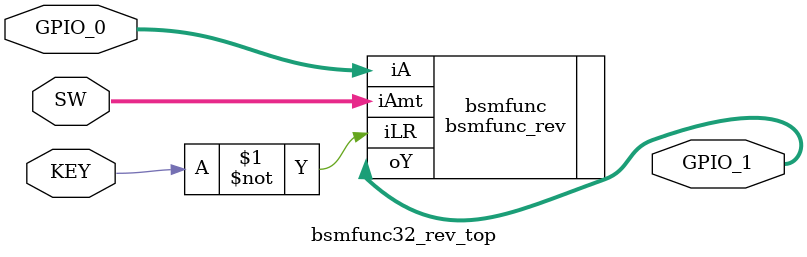
<source format=v>
module bsmfunc32_rev_top
	(
		input wire [31:0] GPIO_0,
		input wire [4:0] SW,
		input wire [0:0] KEY,
		output wire [31:0] GPIO_1
	);

	// 298 logic elements used
	// 19.92 ns worst case propagation delay
	bsmfunc_rev #(.N(32)) bsmfunc
		(.iA(GPIO_0), .iAmt(SW), .iLR(~KEY), .oY(GPIO_1));

endmodule

</source>
